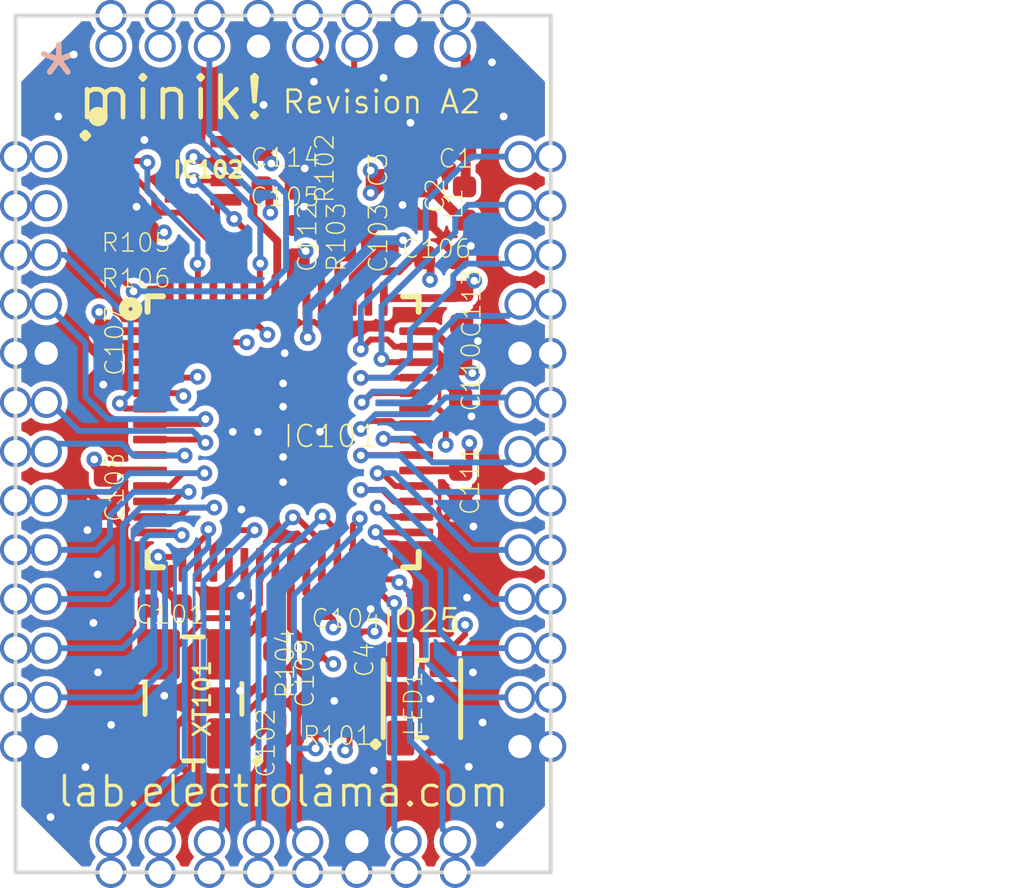
<source format=kicad_pcb>
(kicad_pcb (version 20221018) (generator pcbnew)
  (layers (0 "F.Cu" signal) (1 "In1.Cu" signal) (2 "In2.Cu" signal) (31 "B.Cu" signal) (34 "B.Paste" user) (35 "F.Paste" user) (36 "B.SilkS" user "B.Silkscreen") (37 "F.SilkS" user "F.Silkscreen") (38 "B.Mask" user) (39 "F.Mask" user) (44 "Edge.Cuts" user))
  (net 0 "")
  (net 1 "GND")
  (net 2 "3.3V")
  (net 3 "RESET")
  (net 4 "SWDIO")
  (net 5 "SWDCK")
  (net 6 "QSPI-CS")
  (net 7 "QSPI-CLK")
  (net 8 "QSPI-0")
  (net 9 "QSPI-3")
  (net 10 "X1A")
  (net 11 "X2")
  (net 12 "X1B")
  (net 13 "1.1V")
  (net 14 "QSPI-1")
  (net 15 "QSPI-2")
  (net 16 "IO0")
  (net 17 "IO1")
  (net 18 "IO2")
  (net 19 "IO3")
  (net 20 "IO4")
  (net 21 "IO5")
  (net 22 "IO6")
  (net 23 "IO7")
  (net 24 "IO8")
  (net 25 "IO9")
  (net 26 "IO10")
  (net 27 "IO11")
  (net 28 "IO12")
  (net 29 "IO13")
  (net 30 "IO14")
  (net 31 "IO16")
  (net 32 "IO17")
  (net 33 "IO18")
  (net 34 "IO19")
  (net 35 "IO20")
  (net 36 "IO21")
  (net 37 "IO22")
  (net 38 "IO23")
  (net 39 "IO24")
  (net 40 "IO26")
  (net 41 "IO27")
  (net 42 "IO28")
  (net 43 "IO29")
  (net 44 "3V3_IN")
  (net 45 "RP_D+")
  (net 46 "RP_D-")
  (net 47 "N$3")
  (net 48 "N$4")
  (net 49 "USBBOOT")
  (net 50 "IO25")
  (footprint "working:_PKG_C_0402" (layer "F.Cu") (at 150.3861 110.790475 90)
    (fp_text reference "C4")
    (fp_text value "100n")
  )
  (footprint "working:_PKG_R_0402" (layer "F.Cu") (at 149.7861 112.290475)
    (fp_text reference "R101")
    (fp_text value "10k")
  )
  (footprint "working:_PKG_R_0402" (layer "F.Cu") (at 148.2861 110.790475 90)
    (fp_text reference "R104")
    (fp_text value "1k")
  )
  (footprint "working:_PKG_C_0402" (layer "F.Cu") (at 151.1861 97.739675 -90)
    (fp_text reference "C3")
    (fp_text value "10u" hide)
  )
  (footprint "working:_PKG_C_0402" (layer "F.Cu") (at 152.5861 100.190475 180)
    (fp_text reference "C106")
    (fp_text value "1u")
  )
  (footprint "working:_PKG_C_0402" (layer "F.Cu") (at 153.1115 101.488875 90)
    (fp_text reference "C113")
    (fp_text value "100n")
  )
  (footprint "working:_PKG_R_0402" (layer "F.Cu") (at 149.7861 97.790475 -90)
    (fp_text reference "R102")
    (fp_text value "27")
  )
  (footprint "working:_PKG_C_0402" (layer "F.Cu") (at 143.9115 106.268275 90)
    (fp_text reference "C108")
    (fp_text value "100n")
  )
  (footprint "working:_PKG_R_0402" (layer "F.Cu") (at 150.0861 99.590475 -90)
    (fp_text reference "R103")
    (fp_text value "27")
  )
  (footprint "working:WS2812B-2020" (layer "F.Cu") (at 152.0861 111.590475 -90)
    (fp_text reference "LED1")
    (fp_text value "WS2812B-2020")
  )
  (footprint "working:_PKG_C_0402" (layer "F.Cu") (at 148.2861 112.590475 90)
    (fp_text reference "C102")
    (fp_text value "12p")
  )
  (footprint "working:_PKG_C_0402" (layer "F.Cu") (at 151.1861 99.539675 -90)
    (fp_text reference "C103")
    (fp_text value "1u")
  )
  (footprint "working:QFN-56" (layer "F.Cu") (at 148.5011 104.690475)
    (fp_text reference "IC101")
    (fp_text value "RP2040")
  )
  (footprint "working:_PKG_C_0402" (layer "F.Cu") (at 143.9115 102.490475 90)
    (fp_text reference "C107")
    (fp_text value "100n")
  )
  (footprint "working:_PKG_C_0402" (layer "F.Cu") (at 152.7861 97.390475)
    (fp_text reference "C1")
    (fp_text value "10n")
  )
  (footprint "working:_PKG_R_0402" (layer "F.Cu") (at 144.5861 99.550475)
    (fp_text reference "R105")
    (fp_text value "10k")
  )
  (footprint "working:SON50P300X200X60-9N" (layer "F.Cu") (at 145.5715 97.945075)
    (fp_text reference "IC102")
    (fp_text value "MEMORY-W25Q16FWUXIE")
  )
  (footprint "working:_PKG_C_0402" (layer "F.Cu") (at 149.2861 110.790475 90)
    (fp_text reference "C109")
    (fp_text value "100n")
  )
  (footprint "working:_PKG_C_0402" (layer "F.Cu") (at 148.8877 99.790475 -90)
    (fp_text reference "C112")
    (fp_text value "100n")
  )
  (footprint "working:XTAL-4P-3225" (layer "F.Cu") (at 146.1861 111.590475 90)
    (fp_text reference "XT101")
    (fp_text value "12MHz")
  )
  (footprint "working:_PKG_C_0402" (layer "F.Cu") (at 148.3861 97.390475 180)
    (fp_text reference "C114")
    (fp_text value "100n")
  )
  (footprint "working:_PKG_C_0402" (layer "F.Cu") (at 148.3861 98.390475 180)
    (fp_text reference "C105")
    (fp_text value "100n")
  )
  (footprint "working:_PKG_C_0402" (layer "F.Cu") (at 153.0861 106.115875 90)
    (fp_text reference "C111")
    (fp_text value "100n")
  )
  (footprint "working:_PKG_L_0402" (layer "F.Cu") (at 153.1861 98.790475 -90)
    (fp_text reference "L1")
    (fp_text value "")
  )
  (footprint "working:_PKG_C_0402" (layer "F.Cu") (at 145.4461 109.190475 180)
    (fp_text reference "C101")
    (fp_text value "12p")
  )
  (footprint "working:_PKG_C_0402" (layer "F.Cu") (at 153.0861 103.390475 90)
    (fp_text reference "C110")
    (fp_text value "100n")
  )
  (footprint "working:_PKG_R_0402" (layer "F.Cu") (at 144.5861 100.490475 180)
    (fp_text reference "R106")
    (fp_text value "1k")
  )
  (footprint "working:_PKG_C_0402" (layer "F.Cu") (at 152.1861 98.790475 90)
    (fp_text reference "C2")
    (fp_text value "100n")
  )
  (footprint "working:_PKG_C_0402" (layer "F.Cu") (at 149.9361 109.250475 180)
    (fp_text reference "C104")
    (fp_text value "100n")
  )
  (gr_line (start 155.40985 116.071725) (end 141.59235 116.071725) (stroke (width 0.1)) (layer "Edge.Cuts"))
  (gr_line (start 155.40985 93.935475) (end 155.40985 116.071725) (stroke (width 0.1)) (layer "Edge.Cuts"))
  (gr_line (start 141.59235 116.071725) (end 141.59235 93.935475) (stroke (width 0.1)) (layer "Edge.Cuts"))
  (gr_line (start 141.59235 93.935475) (end 155.40985 93.935475) (stroke (width 0.1)) (layer "Edge.Cuts"))
  (gr_text "*" (at 141.99235 96.534225) (layer "B.SilkS") (effects (font (size 1.63576 1.63576) (thickness 0.14224)) (justify left bottom)))
  (gr_text "lab.electrolama.com" (at 148.5011 113.984225) (layer "F.SilkS") (effects (font (size 0.765 0.765) (thickness 0.085))))
  (gr_text "." (at 150.8887 113.049075) (layer "F.SilkS") (effects (font (size 1.63576 1.63576) (thickness 0.14224)) (justify bottom mirror)))
  (gr_text "." (at 147.8407 113.480875) (layer "F.SilkS") (effects (font (size 1.63576 1.63576) (thickness 0.14224)) (justify bottom mirror)))
  (gr_text "." (at 143.3937 97.320475) (layer "F.SilkS") (effects (font (size 1.63576 1.63576) (thickness 0.14224)) (justify bottom mirror)))
  (gr_text "IO25" (at 152.0861 109.565475) (layer "F.SilkS") (effects (font (size 0.585 0.585) (thickness 0.065))))
  (gr_text "*" (at 141.99235 96.534225) (layer "F.SilkS") (effects (font (size 1.63576 1.63576) (thickness 0.14224)) (justify left bottom)))
  (gr_text "Revision A2" (at 151.0452 96.166075) (layer "F.SilkS") (effects (font (size 0.585 0.585) (thickness 0.065))))
  (gr_text "minik!" (at 145.60105 96.066075) (layer "F.SilkS") (effects (font (size 1.08 1.08) (thickness 0.12))))
  (segment (start 149.8219 111.642275) (end 149.8219 111.220475) (width 0.3048) (layer "F.Cu") (net 1))
  (segment (start 148.8161 95.730025) (end 148.8161 97.390475) (width 0.2) (layer "F.Cu") (net 1))
  (segment (start 149.2861 111.220475) (end 149.8219 111.220475) (width 0.3048) (layer "F.Cu") (net 1))
  (segment (start 149.0345 98.875875) (end 149.0345 98.672675) (width 0.254) (layer "F.Cu") (net 1))
  (segment (start 145.5715 97.945075) (end 145.5861 97.930475) (width 0.1524) (layer "F.Cu") (net 1))
  (segment (start 144.1215 98.695075) (end 144.5357 98.695075) (width 0.1524) (layer "F.Cu") (net 1))
  (segment (start 148.8161 98.454275) (end 148.8161 98.390475) (width 0.254) (layer "F.Cu") (net 1))
  (segment (start 145.5861 97.490475) (end 145.5861 97.930475) (width 0.1524) (layer "F.Cu") (net 1))
  (segment (start 148.8313 97.885275) (end 148.8161 97.870075) (width 0.254) (layer "F.Cu") (net 1))
  (segment (start 149.0599 97.885275) (end 148.8313 97.885275) (width 0.3048) (layer "F.Cu") (net 1))
  (segment (start 151.4657 98.830075) (end 151.5861 98.830075) (width 0.2032) (layer "F.Cu") (net 1))
  (segment (start 147.5011 108.832275) (end 147.4089 108.924475) (width 0.2032) (layer "F.Cu") (net 1))
  (segment (start 150.7617 109.269475) (end 150.3851 109.269475) (width 0.2032) (layer "F.Cu") (net 1))
  (segment (start 150.3851 109.269475) (end 150.3661 109.250475) (width 0.2032) (layer "F.Cu") (net 1))
  (segment (start 144.9197 97.148675) (end 145.2443 97.148675) (width 0.1524) (layer "F.Cu") (net 1))
  (segment (start 148.8161 97.870075) (end 148.8161 97.390475) (width 0.254) (layer "F.Cu") (net 1))
  (segment (start 153.0451 100.190475) (end 153.0161 100.190475) (width 0.254) (layer "F.Cu") (net 1))
  (segment (start 149.8219 111.220475) (end 150.3861 111.220475) (width 0.3048) (layer "F.Cu") (net 1))
  (segment (start 144.5357 98.695075) (end 144.7165 98.875875) (width 0.1524) (layer "F.Cu") (net 1))
  (segment (start 145.2443 97.148675) (end 145.5861 97.490475) (width 0.1524) (layer "F.Cu") (net 1))
  (segment (start 149.0345 98.672675) (end 148.8161 98.454275) (width 0.254) (layer "F.Cu") (net 1))
  (segment (start 149.0345 99.213675) (end 148.8877 99.360475) (width 0.254) (layer "F.Cu") (net 1))
  (segment (start 153.1115 101.918875) (end 153.1115 101.936875) (width 0.254) (layer "F.Cu") (net 1))
  (segment (start 149.0345 98.875875) (end 149.0345 99.213675) (width 0.254) (layer "F.Cu") (net 1))
  (segment (start 153.3497 99.885875) (end 153.0451 100.190475) (width 0.254) (layer "F.Cu") (net 1))
  (segment (start 151.1861 99.109675) (end 151.4657 98.830075) (width 0.2032) (layer "F.Cu") (net 1))
  (segment (start 147.5011 108.126975) (end 147.5011 108.832275) (width 0.2032) (layer "F.Cu") (net 1))
  (via (at 149.8219 111.642275) (size 0.4032) (drill 0.2) (layers "F.Cu" "B.Cu") (net 1))
  (via (at 147.8511 104.690475) (size 0.4032) (drill 0.2) (layers "F.Cu" "B.Cu") (net 1))
  (via (at 155.40985 102.660475) (size 0.8032) (drill 0.6) (layers "F.Cu" "B.Cu") (net 1))
  (via (at 151.6761 94.729225) (size 0.8032) (drill 0.6) (layers "F.Cu" "B.Cu") (net 1))
  (via (at 143.8569 103.471275) (size 0.4032) (drill 0.2) (layers "F.Cu" "B.Cu") (net 1))
  (via (at 150.84585 113.443925) (size 0.4032) (drill 0.2) (layers "F.Cu" "B.Cu") (net 1))
  (via (at 142.3861 112.820475) (size 0.8032) (drill 0.6) (layers "F.Cu" "B.Cu") (net 1))
  (via (at 154.6161 112.820475) (size 0.8032) (drill 0.6) (layers "F.Cu" "B.Cu") (net 1))
  (via (at 148.5011 104.040475) (size 0.4032) (drill 0.2) (layers "F.Cu" "B.Cu") (net 1))
  (via (at 149.0345 98.875875) (size 0.4032) (drill 0.2) (layers "F.Cu" "B.Cu") (net 1))
  (via (at 147.4089 108.924475) (size 0.4032) (drill 0.2) (layers "F.Cu" "B.Cu") (net 1))
  (via (at 144.05985 112.262125) (size 0.4032) (drill 0.2) (layers "F.Cu" "B.Cu") (net 1))
  (via (at 153.2509 108.975275) (size 0.4032) (drill 0.2) (layers "F.Cu" "B.Cu") (net 1))
  (via (at 151.09585 95.543925) (size 0.4032) (drill 0.2) (layers "F.Cu" "B.Cu") (net 1))
  (via (at 147.38985 111.381925) (size 0.4032) (drill 0.2) (layers "F.Cu" "B.Cu") (net 1))
  (via (at 141.59235 112.820475) (size 0.8032) (drill 0.6) (layers "F.Cu" "B.Cu") (net 1))
  (via (at 151.5861 98.830075) (size 0.4032) (drill 0.2) (layers "F.Cu" "B.Cu") (net 1))
  (via (at 149.0599 97.885275) (size 0.4032) (drill 0.2) (layers "F.Cu" "B.Cu") (net 1))
  (via (at 150.4061 116.071725) (size 0.8032) (drill 0.6) (layers "F.Cu" "B.Cu") (net 1))
  (via (at 143.6026 109.627225) (size 0.4032) (drill 0.2) (layers "F.Cu" "B.Cu") (net 1))
  (via (at 143.72125 110.905525) (size 0.4032) (drill 0.2) (layers "F.Cu" "B.Cu") (net 1))
  (via (at 154.09585 114.843925) (size 0.4032) (drill 0.2) (layers "F.Cu" "B.Cu") (net 1))
  (via (at 142.3861 102.660475) (size 0.8032) (drill 0.6) (layers "F.Cu" "B.Cu") (net 1))
  (via (at 144.9197 97.148675) (size 0.4032) (drill 0.2) (layers "F.Cu" "B.Cu") (net 1))
  (via (at 147.8661 94.729225) (size 0.8032) (drill 0.6) (layers "F.Cu" "B.Cu") (net 1))
  (via (at 150.7617 109.269475) (size 0.4032) (drill 0.2) (layers "F.Cu" "B.Cu") (net 1))
  (via (at 143.09585 94.943925) (size 0.4032) (drill 0.2) (layers "F.Cu" "B.Cu") (net 1))
  (via (at 154.6161 102.660475) (size 0.8032) (drill 0.6) (layers "F.Cu" "B.Cu") (net 1))
  (via (at 153.4149 107.135875) (size 0.4032) (drill 0.2) (layers "F.Cu" "B.Cu") (net 1))
  (via (at 148.5425 102.658475) (size 0.4032) (drill 0.2) (layers "F.Cu" "B.Cu") (net 1))
  (via (at 148.5011 103.440475) (size 0.4032) (drill 0.2) (layers "F.Cu" "B.Cu") (net 1))
  (via (at 143.7145 108.373475) (size 0.4032) (drill 0.2) (layers "F.Cu" "B.Cu") (net 1))
  (via (at 147.99585 96.243925) (size 0.4032) (drill 0.2) (layers "F.Cu" "B.Cu") (net 1))
  (via (at 153.4033 110.905675) (size 0.4032) (drill 0.2) (layers "F.Cu" "B.Cu") (net 1))
  (via (at 142.49585 114.643925) (size 0.4032) (drill 0.2) (layers "F.Cu" "B.Cu") (net 1))
  (via (at 142.69585 96.543925) (size 0.4032) (drill 0.2) (layers "F.Cu" "B.Cu") (net 1))
  (via (at 148.5011 105.340475) (size 0.4032) (drill 0.2) (layers "F.Cu" "B.Cu") (net 1))
  (via (at 143.3973 113.354275) (size 0.4032) (drill 0.2) (layers "F.Cu" "B.Cu") (net 1))
  (via (at 153.5303 102.345875) (size 0.4032) (drill 0.2) (layers "F.Cu" "B.Cu") (net 1))
  (via (at 143.4485 107.230475) (size 0.4032) (drill 0.2) (layers "F.Cu" "B.Cu") (net 1))
  (via (at 150.4061 115.277975) (size 0.8032) (drill 0.6) (layers "F.Cu" "B.Cu") (net 1))
  (via (at 147.8661 93.935475) (size 0.8032) (drill 0.6) (layers "F.Cu" "B.Cu") (net 1))
  (via (at 151.7893 96.705675) (size 0.4032) (drill 0.2) (layers "F.Cu" "B.Cu") (net 1))
  (via (at 153.3497 99.885875) (size 0.4032) (drill 0.2) (layers "F.Cu" "B.Cu") (net 1))
  (via (at 155.40985 112.820475) (size 0.8032) (drill 0.6) (layers "F.Cu" "B.Cu") (net 1))
  (via (at 153.3641 104.291075) (size 0.4032) (drill 0.2) (layers "F.Cu" "B.Cu") (net 1))
  (via (at 149.4511 104.690475) (size 0.4032) (drill 0.2) (layers "F.Cu" "B.Cu") (net 1))
  (via (at 153.6533 112.201075) (size 0.4032) (drill 0.2) (layers "F.Cu" "B.Cu") (net 1))
  (via (at 147.2011 104.690475) (size 0.4032) (drill 0.2) (layers "F.Cu" "B.Cu") (net 1))
  (via (at 145.43405 111.508925) (size 0.4032) (drill 0.2) (layers "F.Cu" "B.Cu") (net 1))
  (via (at 153.89585 95.143925) (size 0.4032) (drill 0.2) (layers "F.Cu" "B.Cu") (net 1))
  (via (at 144.7165 98.875875) (size 0.4032) (drill 0.2) (layers "F.Cu" "B.Cu") (net 1))
  (via (at 154.19585 96.543925) (size 0.4032) (drill 0.2) (layers "F.Cu" "B.Cu") (net 1))
  (via (at 147.4249 106.697075) (size 0.4032) (drill 0.2) (layers "F.Cu" "B.Cu") (net 1))
  (via (at 153.29585 113.343925) (size 0.4032) (drill 0.2) (layers "F.Cu" "B.Cu") (net 1))
  (via (at 149.29585 95.643925) (size 0.4032) (drill 0.2) (layers "F.Cu" "B.Cu") (net 1))
  (via (at 141.59235 102.660475) (size 0.8032) (drill 0.6) (layers "F.Cu" "B.Cu") (net 1))
  (via (at 149.6643 113.455675) (size 0.4032) (drill 0.2) (layers "F.Cu" "B.Cu") (net 1))
  (via (at 148.5011 105.990475) (size 0.4032) (drill 0.2) (layers "F.Cu" "B.Cu") (net 1))
  (via (at 151.6761 93.935475) (size 0.8032) (drill 0.6) (layers "F.Cu" "B.Cu") (net 1))
  (via (at 152.3111 111.591475) (size 0.4032) (drill 0.2) (layers "F.Cu" "B.Cu") (net 1))
  (segment (start 153.1669 101.058875) (end 153.1115 101.058875) (width 0.2032) (layer "F.Cu") (net 2))
  (segment (start 153.0861 102.790475) (end 153.0861 102.960475) (width 0.2032) (layer "F.Cu") (net 2))
  (segment (start 150.7011 100.775475) (end 150.9369 100.539675) (width 0.2032) (layer "F.Cu") (net 2))
  (segment (start 152.2939 100.763475) (end 152.3085 100.748875) (width 0.2032) (layer "F.Cu") (net 2))
  (segment (start 150.3861 110.025875) (end 150.3861 110.360475) (width 0.1524) (layer "F.Cu") (net 2))
  (segment (start 150.5633 109.848675) (end 150.3861 110.025875) (width 0.1524) (layer "F.Cu") (net 2))
  (segment (start 151.5211 110.560475) (end 151.5361 110.575475) (width 0.1524) (layer "F.Cu") (net 2))
  (segment (start 152.3861 102.090475) (end 153.0861 102.790475) (width 0.2032) (layer "F.Cu") (net 2))
  (segment (start 153.1223 99.220475) (end 152.2623 98.360475) (width 0.254) (layer "F.Cu") (net 2))
  (segment (start 148.7043 100.679275) (end 148.7043 100.403875) (width 0.2032) (layer "F.Cu") (net 2))
  (segment (start 143.9115 102.060475) (end 143.7513 101.900275) (width 0.2032) (layer "F.Cu") (net 2))
  (segment (start 144.0593 105.690475) (end 143.9115 105.838275) (width 0.2032) (layer "F.Cu") (net 2))
  (segment (start 145.4135 99.550475) (end 145.4277 99.536275) (width 0.1524) (layer "F.Cu") (net 2))
  (segment (start 153.3099 105.462075) (end 153.0861 105.685875) (width 0.2032) (layer "F.Cu") (net 2))
  (segment (start 152.3085 100.342875) (end 152.3085 100.748875) (width 0.2032) (layer "F.Cu") (net 2))
  (segment (start 150.9369 100.539675) (end 151.4813 100.539675) (width 0.2032) (layer "F.Cu") (net 2))
  (segment (start 149.0345 100.679275) (end 148.7043 100.679275) (width 0.2032) (layer "F.Cu") (net 2))
  (segment (start 149.2861 110.350475) (end 148.7011 109.765475) (width 0.2032) (layer "F.Cu") (net 2))
  (segment (start 150.3861 110.360475) (end 150.5861 110.560475) (width 0.1524) (layer "F.Cu") (net 2))
  (segment (start 153.4369 100.788875) (end 153.1669 101.058875) (width 0.2032) (layer "F.Cu") (net 2))
  (segment (start 145.0161 99.550475) (end 145.4135 99.550475) (width 0.1524) (layer "F.Cu") (net 2))
  (segment (start 151.9422 105.685875) (end 153.0861 105.685875) (width 0.2032) (layer "F.Cu") (net 2))
  (segment (start 153.1735 102.960475) (end 153.3861 103.173075) (width 0.254) (layer "F.Cu") (net 2))
  (segment (start 150.7617 97.936075) (end 150.9953 98.169675) (width 0.254) (layer "F.Cu") (net 2))
  (segment (start 150.2161 112.807275) (end 150.1013 112.922075) (width 0.1524) (layer "F.Cu") (net 2))
  (segment (start 143.9415 102.090475) (end 143.9115 102.060475) (width 0.2032) (layer "F.Cu") (net 2))
  (segment (start 150.8355 98.520275) (end 150.7617 98.520275) (width 0.254) (layer "F.Cu") (net 2))
  (segment (start 147.0215 97.195075) (end 147.7607 97.195075) (width 0.2032) (layer "F.Cu") (net 2))
  (segment (start 149.7125 110.686875) (end 149.3861 110.360475) (width 0.1524) (layer "F.Cu") (net 2))
  (segment (start 143.9115 105.838275) (end 143.6243 105.551075) (width 0.2032) (layer "F.Cu") (net 2))
  (segment (start 148.7011 108.126975) (end 148.7011 109.765475) (width 0.2032) (layer "F.Cu") (net 2))
  (segment (start 151.1861 98.169675) (end 150.8355 98.520275) (width 0.254) (layer "F.Cu") (net 2))
  (segment (start 152.1861 98.360475) (end 151.9953 98.169675) (width 0.254) (layer "F.Cu") (net 2))
  (segment (start 147.7607 97.195075) (end 147.9561 97.390475) (width 0.2032) (layer "F.Cu") (net 2))
  (segment (start 143.7513 101.900275) (end 143.7513 101.593675) (width 0.2032) (layer "F.Cu") (net 2))
  (segment (start 148.8877 100.216475) (end 149.0853 100.018875) (width 0.254) (layer "F.Cu") (net 2))
  (segment (start 149.1011 100.745875) (end 149.1011 101.253975) (width 0.2032) (layer "F.Cu") (net 2))
  (segment (start 152.3085 100.342875) (end 152.1561 100.190475) (width 0.2032) (layer "F.Cu") (net 2))
  (segment (start 151.9376 102.090475) (end 152.3861 102.090475) (width 0.2032) (layer "F.Cu") (net 2))
  (segment (start 149.7965 110.686875) (end 149.7125 110.686875) (width 0.1524) (layer "F.Cu") (net 2))
  (segment (start 153.3099 104.976475) (end 153.3099 105.462075) (width 0.2032) (layer "F.Cu") (net 2))
  (segment (start 150.8633 109.848675) (end 150.5633 109.848675) (width 0.1524) (layer "F.Cu") (net 2))
  (segment (start 149.0345 100.679275) (end 149.1011 100.745875) (width 0.2032) (layer "F.Cu") (net 2))
  (segment (start 153.1115 101.058875) (end 152.9337 101.236675) (width 0.2032) (layer "F.Cu") (net 2))
  (segment (start 151.1377 98.169675) (end 151.1861 98.169675) (width 0.1524) (layer "F.Cu") (net 2))
  (segment (start 152.9337 101.236675) (end 151.1184 101.236675) (width 0.2032) (layer "F.Cu") (net 2))
  (segment (start 150.9953 98.169675) (end 151.1377 98.169675) (width 0.254) (layer "F.Cu") (net 2))
  (segment (start 151.1011 101.253975) (end 151.1184 101.236675) (width 0.2032) (layer "F.Cu") (net 2))
  (segment (start 148.7043 100.679275) (end 148.7043 101.250775) (width 0.2032) (layer "F.Cu") (net 2))
  (segment (start 143.6243 105.551075) (end 143.6243 105.403675) (width 0.2032) (layer "F.Cu") (net 2))
  (segment (start 153.0861 102.960475) (end 153.1735 102.960475) (width 0.2032) (layer "F.Cu") (net 2))
  (segment (start 150.2161 112.290475) (end 150.2161 112.807275) (width 0.1524) (layer "F.Cu") (net 2))
  (segment (start 147.9561 97.518075) (end 147.9561 97.390475) (width 0.2032) (layer "F.Cu") (net 2))
  (segment (start 150.7011 101.253975) (end 150.7011 100.775475) (width 0.2032) (layer "F.Cu") (net 2))
  (segment (start 151.8305 100.190475) (end 151.4813 100.539675) (width 0.2032) (layer "F.Cu") (net 2))
  (segment (start 148.8877 100.220475) (end 148.8877 100.216475) (width 0.254) (layer "F.Cu") (net 2))
  (segment (start 149.2861 110.360475) (end 149.2861 110.350475) (width 0.1524) (layer "F.Cu") (net 2))
  (segment (start 148.7043 100.403875) (end 148.8877 100.220475) (width 0.1524) (layer "F.Cu") (net 2))
  (segment (start 145.0646 105.690475) (end 144.0593 105.690475) (width 0.2032) (layer "F.Cu") (net 2))
  (segment (start 149.3861 110.360475) (end 149.2861 110.360475) (width 0.1524) (layer "F.Cu") (net 2))
  (segment (start 148.7011 101.253975) (end 148.7043 101.250775) (width 0.1524) (layer "F.Cu") (net 2))
  (segment (start 145.0646 102.090475) (end 143.9415 102.090475) (width 0.2032) (layer "F.Cu") (net 2))
  (segment (start 150.7617 97.936075) (end 150.7617 98.520275) (width 0.254) (layer "F.Cu") (net 2))
  (segment (start 152.2623 98.360475) (end 152.1861 98.360475) (width 0.254) (layer "F.Cu") (net 2))
  (segment (start 153.1861 99.220475) (end 153.1223 99.220475) (width 0.254) (layer "F.Cu") (net 2))
  (segment (start 151.1861 98.169675) (end 151.9953 98.169675) (width 0.254) (layer "F.Cu") (net 2))
  (segment (start 148.1963 97.758275) (end 147.9561 97.518075) (width 0.2032) (layer "F.Cu") (net 2))
  (segment (start 151.9376 105.690475) (end 151.9422 105.685875) (width 0.2032) (layer "F.Cu") (net 2))
  (segment (start 151.5211 110.560475) (end 150.5861 110.560475) (width 0.1524) (layer "F.Cu") (net 2))
  (segment (start 152.1561 100.190475) (end 151.8305 100.190475) (width 0.2032) (layer "F.Cu") (net 2))
  (via (at 150.8633 109.848675) (size 0.4032) (drill 0.2) (layers "F.Cu" "B.Cu") (net 2))
  (via (at 150.7617 98.520275) (size 0.4032) (drill 0.2) (layers "F.Cu" "B.Cu") (net 2))
  (via (at 149.0853 100.018875) (size 0.4032) (drill 0.2) (layers "F.Cu" "B.Cu") (net 2))
  (via (at 153.3099 104.976475) (size 0.4032) (drill 0.2) (layers "F.Cu" "B.Cu") (net 2))
  (via (at 148.1963 97.758275) (size 0.4032) (drill 0.2) (layers "F.Cu" "B.Cu") (net 2))
  (via (at 143.7513 101.593675) (size 0.4032) (drill 0.2) (layers "F.Cu" "B.Cu") (net 2))
  (via (at 150.7617 97.936075) (size 0.4032) (drill 0.2) (layers "F.Cu" "B.Cu") (net 2))
  (via (at 150.1013 112.922075) (size 0.4032) (drill 0.2) (layers "F.Cu" "B.Cu") (net 2))
  (via (at 145.4277 99.536275) (size 0.4032) (drill 0.2) (layers "F.Cu" "B.Cu") (net 2))
  (via (at 149.7965 110.686875) (size 0.4032) (drill 0.2) (layers "F.Cu" "B.Cu") (net 2))
  (via (at 143.6243 105.403675) (size 0.4032) (drill 0.2) (layers "F.Cu" "B.Cu") (net 2))
  (via (at 152.2939 100.763475) (size 0.4032) (drill 0.2) (layers "F.Cu" "B.Cu") (net 2))
  (via (at 153.3861 103.173075) (size 0.4032) (drill 0.2) (layers "F.Cu" "B.Cu") (net 2))
  (via (at 153.4369 100.788875) (size 0.4032) (drill 0.2) (layers "F.Cu" "B.Cu") (net 2))
  (segment (start 149.3393 112.307275) (end 149.3393 112.871275) (width 0.1524) (layer "F.Cu") (net 3))
  (segment (start 149.3561 112.290475) (end 149.3393 112.307275) (width 0.1524) (layer "F.Cu") (net 3))
  (segment (start 150.4823 106.927675) (end 150.3045 107.105475) (width 0.1524) (layer "F.Cu") (net 3))
  (segment (start 150.3045 107.105475) (end 150.3045 108.123575) (width 0.1524) (layer "F.Cu") (net 3))
  (segment (start 150.3011 108.126975) (end 150.3045 108.123575) (width 0.1524) (layer "F.Cu") (net 3))
  (via (at 149.1361 115.277975) (size 0.8032) (drill 0.6) (layers "F.Cu" "B.Cu") (net 3))
  (via (at 149.1361 116.071725) (size 0.8032) (drill 0.6) (layers "F.Cu" "B.Cu") (net 3))
  (via (at 150.4823 106.927675) (size 0.4032) (drill 0.2) (layers "F.Cu" "B.Cu") (net 3))
  (via (at 149.3393 112.871275) (size 0.4032) (drill 0.2) (layers "F.Cu" "B.Cu") (net 3))
  (segment (start 148.7805 112.871275) (end 148.7805 114.922375) (width 0.1524) (layer "B.Cu") (net 3))
  (segment (start 148.7805 108.908875) (end 150.4823 107.207075) (width 0.1524) (layer "B.Cu") (net 3))
  (segment (start 148.7805 108.908875) (end 148.7805 112.871275) (width 0.1524) (layer "B.Cu") (net 3))
  (segment (start 150.4823 107.207075) (end 150.4823 106.927675) (width 0.1524) (layer "B.Cu") (net 3))
  (segment (start 149.3393 112.871275) (end 148.7805 112.871275) (width 0.1524) (layer "B.Cu") (net 3))
  (segment (start 149.1361 115.277975) (end 148.7805 114.922375) (width 0.1524) (layer "B.Cu") (net 3))
  (segment (start 149.9011 107.260875) (end 149.9011 108.126975) (width 0.1524) (layer "F.Cu") (net 4))
  (segment (start 149.5171 106.876875) (end 149.9011 107.260875) (width 0.1524) (layer "F.Cu") (net 4))
  (via (at 147.8661 116.071725) (size 0.8032) (drill 0.6) (layers "F.Cu" "B.Cu") (net 4))
  (via (at 147.8661 115.277975) (size 0.8032) (drill 0.6) (layers "F.Cu" "B.Cu") (net 4))
  (via (at 149.5171 106.876875) (size 0.4032) (drill 0.2) (layers "F.Cu" "B.Cu") (net 4))
  (segment (start 147.8661 108.527875) (end 149.5171 106.876875) (width 0.1524) (layer "B.Cu") (net 4))
  (segment (start 147.8661 115.277975) (end 147.8661 108.527875) (width 0.1524) (layer "B.Cu") (net 4))
  (segment (start 149.5011 107.546675) (end 148.8567 106.902275) (width 0.1524) (layer "F.Cu") (net 5))
  (segment (start 149.5011 107.546675) (end 149.5011 108.126975) (width 0.1524) (layer "F.Cu") (net 5))
  (segment (start 148.7551 106.902275) (end 148.8567 106.902275) (width 0.1524) (layer "F.Cu") (net 5))
  (via (at 146.5961 115.277975) (size 0.8032) (drill 0.6) (layers "F.Cu" "B.Cu") (net 5))
  (via (at 148.7551 106.902275) (size 0.4032) (drill 0.2) (layers "F.Cu" "B.Cu") (net 5))
  (via (at 146.5961 116.071725) (size 0.8032) (drill 0.6) (layers "F.Cu" "B.Cu") (net 5))
  (segment (start 146.9263 108.731075) (end 148.7551 106.902275) (width 0.1524) (layer "B.Cu") (net 5))
  (segment (start 146.5961 115.277975) (end 146.9263 114.947775) (width 0.1524) (layer "B.Cu") (net 5))
  (segment (start 146.9263 108.731075) (end 146.9263 114.947775) (width 0.1524) (layer "B.Cu") (net 5))
  (segment (start 143.4607 97.399675) (end 143.4607 99.104869) (width 0.1524) (layer "F.Cu") (net 6))
  (segment (start 145.6261 100.490475) (end 145.9011 100.765475) (width 0.1524) (layer "F.Cu") (net 6))
  (segment (start 143.6653 97.195075) (end 143.4607 97.399675) (width 0.1524) (layer "F.Cu") (net 6))
  (segment (start 144.1561 99.550475) (end 145.0161 100.410475) (width 0.1524) (layer "F.Cu") (net 6))
  (segment (start 143.906306 99.550475) (end 144.1561 99.550475) (width 0.1524) (layer "F.Cu") (net 6))
  (segment (start 144.1215 97.195075) (end 143.6653 97.195075) (width 0.1524) (layer "F.Cu") (net 6))
  (segment (start 145.0161 100.490475) (end 145.6261 100.490475) (width 0.1524) (layer "F.Cu") (net 6))
  (segment (start 145.0161 100.410475) (end 145.0161 100.490475) (width 0.1524) (layer "F.Cu") (net 6))
  (segment (start 143.4607 99.104869) (end 143.906306 99.550475) (width 0.1524) (layer "F.Cu") (net 6))
  (segment (start 145.9011 100.765475) (end 145.9011 101.253975) (width 0.1524) (layer "F.Cu") (net 6))
  (segment (start 147.5011 99.454675) (end 147.2353 99.188875) (width 0.1524) (layer "F.Cu") (net 7))
  (segment (start 147.5011 101.253975) (end 147.5011 99.454675) (width 0.1524) (layer "F.Cu") (net 7))
  (segment (start 147.0215 98.195075) (end 146.1907 98.195075) (width 0.1524) (layer "F.Cu") (net 7))
  (segment (start 146.1907 98.195075) (end 146.1861 98.190475) (width 0.1524) (layer "F.Cu") (net 7))
  (via (at 146.1861 98.190475) (size 0.4032) (drill 0.2) (layers "F.Cu" "B.Cu") (net 7))
  (via (at 147.2353 99.188875) (size 0.4032) (drill 0.2) (layers "F.Cu" "B.Cu") (net 7))
  (segment (start 146.1861 98.190475) (end 146.2369 98.190475) (width 0.1524) (layer "B.Cu") (net 7))
  (segment (start 147.2353 99.188875) (end 146.2369 98.190475) (width 0.1524) (layer "B.Cu") (net 7))
  (segment (start 146.7961 98.695075) (end 146.7961 99.420475) (width 0.1524) (layer "F.Cu") (net 8))
  (segment (start 147.1011 101.253975) (end 147.0961 101.248975) (width 0.1524) (layer "F.Cu") (net 8))
  (segment (start 147.0961 99.720475) (end 147.0961 101.248975) (width 0.1524) (layer "F.Cu") (net 8))
  (segment (start 147.0961 99.720475) (end 146.7961 99.420475) (width 0.1524) (layer "F.Cu") (net 8))
  (segment (start 146.7961 98.695075) (end 147.0215 98.695075) (width 0.1524) (layer "F.Cu") (net 8))
  (segment (start 147.9011 101.253975) (end 147.9011 100.351675) (width 0.1524) (layer "F.Cu") (net 9))
  (segment (start 146.2861 97.690475) (end 146.1861 97.590475) (width 0.1524) (layer "F.Cu") (net 9))
  (segment (start 147.0215 97.695075) (end 147.0169 97.690475) (width 0.1524) (layer "F.Cu") (net 9))
  (segment (start 147.0169 97.690475) (end 146.2861 97.690475) (width 0.1524) (layer "F.Cu") (net 9))
  (segment (start 147.9011 100.351675) (end 147.9115 100.341275) (width 0.1524) (layer "F.Cu") (net 9))
  (via (at 147.9115 100.341275) (size 0.4032) (drill 0.2) (layers "F.Cu" "B.Cu") (net 9))
  (via (at 146.1861 97.590475) (size 0.4032) (drill 0.2) (layers "F.Cu" "B.Cu") (net 9))
  (segment (start 146.3861 97.590475) (end 146.1861 97.590475) (width 0.1524) (layer "B.Cu") (net 9))
  (segment (start 147.6575 98.861875) (end 147.6575 99.096675) (width 0.1524) (layer "B.Cu") (net 9))
  (segment (start 147.6575 98.861875) (end 146.3861 97.590475) (width 0.1524) (layer "B.Cu") (net 9))
  (segment (start 147.9115 99.350675) (end 147.6575 99.096675) (width 0.1524) (layer "B.Cu") (net 9))
  (segment (start 147.9115 100.341275) (end 147.9115 99.350675) (width 0.1524) (layer "B.Cu") (net 9))
  (segment (start 148.2861 110.360475) (end 148.3011 110.420475) (width 0.1524) (layer "F.Cu") (net 10))
  (segment (start 148.3011 108.126975) (end 148.3011 110.420475) (width 0.1524) (layer "F.Cu") (net 10))
  (segment (start 146.4971 109.504475) (end 145.5611 110.440475) (width 0.1524) (layer "F.Cu") (net 11))
  (segment (start 147.9011 109.140275) (end 147.5369 109.504475) (width 0.1524) (layer "F.Cu") (net 11))
  (segment (start 147.9011 108.126975) (end 147.9011 109.140275) (width 0.1524) (layer "F.Cu") (net 11))
  (segment (start 145.5611 110.440475) (end 145.2861 110.440475) (width 0.1524) (layer "F.Cu") (net 11))
  (segment (start 145.2861 110.440475) (end 144.9145 110.068875) (width 0.1524) (layer "F.Cu") (net 11))
  (segment (start 144.9145 109.292075) (end 145.0161 109.190475) (width 0.1524) (layer "F.Cu") (net 11))
  (segment (start 144.9145 109.292075) (end 144.9145 110.068875) (width 0.1524) (layer "F.Cu") (net 11))
  (segment (start 147.5369 109.504475) (end 146.4971 109.504475) (width 0.1524) (layer "F.Cu") (net 11))
  (segment (start 147.0861 112.420475) (end 147.0861 112.740475) (width 0.1524) (layer "F.Cu") (net 12))
  (segment (start 148.2503 112.160475) (end 147.6703 112.740475) (width 0.1524) (layer "F.Cu") (net 12))
  (segment (start 147.6703 112.740475) (end 147.0861 112.740475) (width 0.1524) (layer "F.Cu") (net 12))
  (segment (start 148.2861 111.220475) (end 147.0861 112.420475) (width 0.1524) (layer "F.Cu") (net 12))
  (segment (start 148.2861 112.160475) (end 148.2503 112.160475) (width 0.1524) (layer "F.Cu") (net 12))
  (segment (start 148.1709 99.028275) (end 148.1455 99.002875) (width 0.2032) (layer "F.Cu") (net 13))
  (segment (start 149.7965 109.747075) (end 149.7965 109.547075) (width 0.1524) (layer "F.Cu") (net 13))
  (segment (start 148.1455 98.571075) (end 148.1455 99.002875) (width 0.2032) (layer "F.Cu") (net 13))
  (segment (start 149.7965 109.547075) (end 149.5061 109.256675) (width 0.1524) (layer "F.Cu") (net 13))
  (segment (start 151.4163 99.739475) (end 151.5999 99.739475) (width 0.2032) (layer "F.Cu") (net 13))
  (segment (start 147.7353 98.611275) (end 147.9561 98.390475) (width 0.2032) (layer "F.Cu") (net 13))
  (segment (start 151.047528 100.108247) (end 150.892128 100.108247) (width 0.2032) (layer "F.Cu") (net 13))
  (segment (start 150.892128 100.108247) (end 150.3011 100.699275) (width 0.2032) (layer "F.Cu") (net 13))
  (segment (start 148.3011 100.701475) (end 148.3487 100.653875) (width 0.1524) (layer "F.Cu") (net 13))
  (segment (start 148.1455 98.571075) (end 147.9649 98.390475) (width 0.2032) (layer "F.Cu") (net 13))
  (segment (start 151.1861 99.969675) (end 151.4163 99.739475) (width 0.2032) (layer "F.Cu") (net 13))
  (segment (start 147.9561 98.390475) (end 147.9649 98.390475) (width 0.1524) (layer "F.Cu") (net 13))
  (segment (start 148.3487 100.653875) (end 148.3487 99.756275) (width 0.2032) (layer "F.Cu") (net 13))
  (segment (start 149.1011 108.845475) (end 149.1011 108.126975) (width 0.2032) (layer "F.Cu") (net 13))
  (segment (start 147.7353 99.142875) (end 147.7353 98.611275) (width 0.2032) (layer "F.Cu") (net 13))
  (segment (start 149.5061 109.250475) (end 149.1011 108.845475) (width 0.2032) (layer "F.Cu") (net 13))
  (segment (start 148.3487 99.756275) (end 147.7353 99.142875) (width 0.2032) (layer "F.Cu") (net 13))
  (segment (start 149.5061 109.256675) (end 149.5061 109.250475) (width 0.1524) (layer "F.Cu") (net 13))
  (segment (start 148.3011 101.253975) (end 148.3011 100.701475) (width 0.2032) (layer "F.Cu") (net 13))
  (segment (start 151.1861 99.969675) (end 151.047528 100.108247) (width 0.2032) (layer "F.Cu") (net 13))
  (segment (start 150.3011 101.253975) (end 150.3011 100.699275) (width 0.2032) (layer "F.Cu") (net 13))
  (via (at 148.1709 99.028275) (size 0.4032) (drill 0.2) (layers "F.Cu" "B.Cu") (net 13))
  (via (at 149.7965 109.747075) (size 0.4032) (drill 0.2) (layers "F.Cu" "B.Cu") (net 13))
  (via (at 151.5999 99.739475) (size 0.4032) (drill 0.2) (layers "F.Cu" "B.Cu") (net 13))
  (via (at 149.1361 102.254075) (size 0.4032) (drill 0.2) (layers "F.Cu" "B.Cu") (net 13))
  (segment (start 149.1361 101.517475) (end 149.1361 102.254075) (width 0.254) (layer "B.Cu") (net 13))
  (segment (start 151.5999 99.739475) (end 150.9141 99.739475) (width 0.254) (layer "B.Cu") (net 13))
  (segment (start 150.9141 99.739475) (end 149.1361 101.517475) (width 0.254) (layer "B.Cu") (net 13))
  (segment (start 146.3011 100.358875) (end 146.3011 101.253975) (width 0.1524) (layer "F.Cu") (net 14))
  (segment (start 146.3011 100.358875) (end 146.2913 100.349075) (width 0.1524) (layer "F.Cu") (net 14))
  (segment (start 144.1215 97.695075) (end 144.9581 97.695075) (width 0.1524) (layer "F.Cu") (net 14))
  (segment (start 144.9581 97.695075) (end 144.9959 97.732875) (width 0.1524) (layer "F.Cu") (net 14))
  (via (at 144.9959 97.732875) (size 0.4032) (drill 0.2) (layers "F.Cu" "B.Cu") (net 14))
  (via (at 146.2913 100.349075) (size 0.4032) (drill 0.2) (layers "F.Cu" "B.Cu") (net 14))
  (segment (start 146.2913 99.764875) (end 144.9959 98.469475) (width 0.1524) (layer "B.Cu") (net 14))
  (segment (start 144.9959 98.469475) (end 144.9959 97.732875) (width 0.1524) (layer "B.Cu") (net 14))
  (segment (start 146.2913 99.764875) (end 146.2913 100.349075) (width 0.1524) (layer "B.Cu") (net 14))
  (segment (start 145.3261 99.028275) (end 145.8639 99.028275) (width 0.1524) (layer "F.Cu") (net 15))
  (segment (start 144.1215 98.195075) (end 144.7469 98.195075) (width 0.1524) (layer "F.Cu") (net 15))
  (segment (start 146.7011 99.865475) (end 146.7011 101.253975) (width 0.1524) (layer "F.Cu") (net 15))
  (segment (start 145.8639 99.028275) (end 146.7011 99.865475) (width 0.1524) (layer "F.Cu") (net 15))
  (segment (start 145.1737 98.875875) (end 145.3261 99.028275) (width 0.1524) (layer "F.Cu") (net 15))
  (segment (start 145.1737 98.621875) (end 145.1737 98.875875) (width 0.1524) (layer "F.Cu") (net 15))
  (segment (start 144.7469 98.195075) (end 145.1737 98.621875) (width 0.1524) (layer "F.Cu") (net 15))
  (segment (start 145.7501 102.490475) (end 146.2913 101.949275) (width 0.1524) (layer "F.Cu") (net 16))
  (segment (start 146.2913 101.949275) (end 147.8661 101.949275) (width 0.1524) (layer "F.Cu") (net 16))
  (segment (start 147.8661 101.949275) (end 148.0947 102.177875) (width 0.1524) (layer "F.Cu") (net 16))
  (segment (start 145.0646 102.490475) (end 145.7501 102.490475) (width 0.1524) (layer "F.Cu") (net 16))
  (via (at 145.3261 93.935475) (size 0.8032) (drill 0.6) (layers "F.Cu" "B.Cu") (net 16))
  (via (at 148.0947 102.177875) (size 0.4032) (drill 0.2) (layers "F.Cu" "B.Cu") (net 16))
  (via (at 145.3261 94.729225) (size 0.8032) (drill 0.6) (layers "F.Cu" "B.Cu") (net 16))
  (segment (start 146.4437 102.381075) (end 147.5613 102.381075) (width 0.1524) (layer "F.Cu") (net 17))
  (segment (start 145.0646 102.890475) (end 145.9343 102.890475) (width 0.1524) (layer "F.Cu") (net 17))
  (segment (start 146.4437 102.381075) (end 145.9343 102.890475) (width 0.1524) (layer "F.Cu") (net 17))
  (via (at 144.0561 94.729225) (size 0.8032) (drill 0.6) (layers "F.Cu" "B.Cu") (net 17))
  (via (at 147.5613 102.381075) (size 0.4032) (drill 0.2) (layers "F.Cu" "B.Cu") (net 17))
  (via (at 144.0561 93.935475) (size 0.8032) (drill 0.6) (layers "F.Cu" "B.Cu") (net 17))
  (segment (start 145.0646 103.290475) (end 146.2709 103.290475) (width 0.1524) (layer "F.Cu") (net 18))
  (segment (start 146.2709 103.290475) (end 146.2913 103.270075) (width 0.1524) (layer "F.Cu") (net 18))
  (via (at 142.3861 97.580475) (size 0.8032) (drill 0.6) (layers "F.Cu" "B.Cu") (net 18))
  (via (at 146.2913 103.270075) (size 0.4032) (drill 0.2) (layers "F.Cu" "B.Cu") (net 18))
  (via (at 141.59235 97.580475) (size 0.8032) (drill 0.6) (layers "F.Cu" "B.Cu") (net 18))
  (segment (start 145.926459 103.766675) (end 145.850259 103.690475) (width 0.1524) (layer "F.Cu") (net 19))
  (segment (start 145.850259 103.690475) (end 145.0646 103.690475) (width 0.1524) (layer "F.Cu") (net 19))
  (via (at 141.59235 98.850475) (size 0.8032) (drill 0.6) (layers "F.Cu" "B.Cu") (net 19))
  (via (at 142.3861 98.850475) (size 0.8032) (drill 0.6) (layers "F.Cu" "B.Cu") (net 19))
  (via (at 145.926459 103.766675) (size 0.4032) (drill 0.2) (layers "F.Cu" "B.Cu") (net 19))
  (segment (start 145.0646 104.090475) (end 144.4193 104.090475) (width 0.1524) (layer "F.Cu") (net 20))
  (segment (start 144.4193 104.090475) (end 144.2847 103.955875) (width 0.1524) (layer "F.Cu") (net 20))
  (via (at 141.59235 100.120475) (size 0.8032) (drill 0.6) (layers "F.Cu" "B.Cu") (net 20))
  (via (at 144.2847 103.955875) (size 0.4032) (drill 0.2) (layers "F.Cu" "B.Cu") (net 20))
  (via (at 142.3861 100.120475) (size 0.8032) (drill 0.6) (layers "F.Cu" "B.Cu") (net 20))
  (segment (start 142.3861 100.120475) (end 142.8627 100.120475) (width 0.1524) (layer "B.Cu") (net 20))
  (segment (start 144.2847 103.955875) (end 144.5641 103.676475) (width 0.1524) (layer "B.Cu") (net 20))
  (segment (start 142.8627 100.120475) (end 144.5641 101.821875) (width 0.1524) (layer "B.Cu") (net 20))
  (segment (start 144.5641 101.821875) (end 144.5641 103.676475) (width 0.1524) (layer "B.Cu") (net 20))
  (segment (start 146.3663 104.490475) (end 146.4945 104.362275) (width 0.1524) (layer "F.Cu") (net 21))
  (segment (start 145.0646 104.490475) (end 146.3663 104.490475) (width 0.1524) (layer "F.Cu") (net 21))
  (via (at 142.3861 101.390475) (size 0.8032) (drill 0.6) (layers "F.Cu" "B.Cu") (net 21))
  (via (at 141.59235 101.390475) (size 0.8032) (drill 0.6) (layers "F.Cu" "B.Cu") (net 21))
  (via (at 146.4945 104.362275) (size 0.4032) (drill 0.2) (layers "F.Cu" "B.Cu") (net 21))
  (segment (start 143.3997 103.782075) (end 143.9799 104.362275) (width 0.1524) (layer "B.Cu") (net 21))
  (segment (start 146.4945 104.362275) (end 143.9799 104.362275) (width 0.1524) (layer "B.Cu") (net 21))
  (segment (start 143.3997 102.404075) (end 143.3997 103.782075) (width 0.1524) (layer "B.Cu") (net 21))
  (segment (start 142.3861 101.390475) (end 143.3997 102.404075) (width 0.1524) (layer "B.Cu") (net 21))
  (segment (start 145.0646 104.890475) (end 146.4131 104.890475) (width 0.1524) (layer "F.Cu") (net 22))
  (segment (start 146.4131 104.890475) (end 146.4945 104.971875) (width 0.1524) (layer "F.Cu") (net 22))
  (via (at 142.3861 103.930475) (size 0.8032) (drill 0.6) (layers "F.Cu" "B.Cu") (net 22))
  (via (at 146.4945 104.971875) (size 0.4032) (drill 0.2) (layers "F.Cu" "B.Cu") (net 22))
  (via (at 141.59235 103.930475) (size 0.8032) (drill 0.6) (layers "F.Cu" "B.Cu") (net 22))
  (segment (start 146.4691 104.971875) (end 146.4945 104.971875) (width 0.1524) (layer "B.Cu") (net 22))
  (segment (start 142.3861 103.930475) (end 142.4877 103.930475) (width 0.1524) (layer "B.Cu") (net 22))
  (segment (start 146.4691 104.971875) (end 146.1643 104.667075) (width 0.1524) (layer "B.Cu") (net 22))
  (segment (start 143.2243 104.667075) (end 146.1643 104.667075) (width 0.1524) (layer "B.Cu") (net 22))
  (segment (start 142.4877 103.930475) (end 143.2243 104.667075) (width 0.1524) (layer "B.Cu") (net 22))
  (segment (start 145.9611 105.302075) (end 145.0762 105.302075) (width 0.1524) (layer "F.Cu") (net 23))
  (segment (start 145.0646 105.290475) (end 145.0762 105.302075) (width 0.1524) (layer "F.Cu") (net 23))
  (via (at 141.59235 105.200475) (size 0.8032) (drill 0.6) (layers "F.Cu" "B.Cu") (net 23))
  (via (at 142.3861 105.200475) (size 0.8032) (drill 0.6) (layers "F.Cu" "B.Cu") (net 23))
  (via (at 145.9611 105.302075) (size 0.4032) (drill 0.2) (layers "F.Cu" "B.Cu") (net 23))
  (segment (start 142.5893 104.997275) (end 144.3355 104.997275) (width 0.1524) (layer "B.Cu") (net 23))
  (segment (start 142.3861 105.200475) (end 142.5893 104.997275) (width 0.1524) (layer "B.Cu") (net 23))
  (segment (start 144.6403 105.302075) (end 145.9611 105.302075) (width 0.1524) (layer "B.Cu") (net 23))
  (segment (start 144.3355 104.997275) (end 144.6403 105.302075) (width 0.1524) (layer "B.Cu") (net 23))
  (segment (start 145.5791 106.090475) (end 145.9103 105.759275) (width 0.1524) (layer "F.Cu") (net 24))
  (segment (start 145.9103 105.759275) (end 146.4691 105.759275) (width 0.1524) (layer "F.Cu") (net 24))
  (segment (start 145.0646 106.090475) (end 145.5791 106.090475) (width 0.1524) (layer "F.Cu") (net 24))
  (via (at 142.3861 106.470475) (size 0.8032) (drill 0.6) (layers "F.Cu" "B.Cu") (net 24))
  (via (at 146.4691 105.759275) (size 0.4032) (drill 0.2) (layers "F.Cu" "B.Cu") (net 24))
  (via (at 141.59235 106.470475) (size 0.8032) (drill 0.6) (layers "F.Cu" "B.Cu") (net 24))
  (segment (start 144.0561 106.241875) (end 144.5387 105.759275) (width 0.1524) (layer "B.Cu") (net 24))
  (segment (start 142.3861 106.470475) (end 142.6147 106.241875) (width 0.1524) (layer "B.Cu") (net 24))
  (segment (start 144.5387 105.759275) (end 146.4691 105.759275) (width 0.1524) (layer "B.Cu") (net 24))
  (segment (start 142.6147 106.241875) (end 144.0561 106.241875) (width 0.1524) (layer "B.Cu") (net 24))
  (segment (start 145.0646 106.490475) (end 145.6617 106.490475) (width 0.1524) (layer "F.Cu") (net 25))
  (segment (start 145.6617 106.490475) (end 145.9103 106.241875) (width 0.1524) (layer "F.Cu") (net 25))
  (segment (start 145.9103 106.241875) (end 146.0627 106.241875) (width 0.1524) (layer "F.Cu") (net 25))
  (via (at 146.0627 106.241875) (size 0.4032) (drill 0.2) (layers "F.Cu" "B.Cu") (net 25))
  (via (at 141.59235 107.740475) (size 0.8032) (drill 0.6) (layers "F.Cu" "B.Cu") (net 25))
  (via (at 142.3861 107.740475) (size 0.8032) (drill 0.6) (layers "F.Cu" "B.Cu") (net 25))
  (segment (start 144.0307 107.384875) (end 144.0307 106.851475) (width 0.1524) (layer "B.Cu") (net 25))
  (segment (start 144.6403 106.241875) (end 146.0627 106.241875) (width 0.1524) (layer "B.Cu") (net 25))
  (segment (start 143.6751 107.740475) (end 144.0307 107.384875) (width 0.1524) (layer "B.Cu") (net 25))
  (segment (start 144.0307 106.851475) (end 144.6403 106.241875) (width 0.1524) (layer "B.Cu") (net 25))
  (segment (start 142.3861 107.740475) (end 143.6751 107.740475) (width 0.1524) (layer "B.Cu") (net 25))
  (segment (start 145.0646 106.890475) (end 145.8205 106.890475) (width 0.1524) (layer "F.Cu") (net 26))
  (segment (start 146.0627 106.648275) (end 146.7231 106.648275) (width 0.1524) (layer "F.Cu") (net 26))
  (segment (start 145.8205 106.890475) (end 146.0627 106.648275) (width 0.1524) (layer "F.Cu") (net 26))
  (via (at 146.7231 106.648275) (size 0.4032) (drill 0.2) (layers "F.Cu" "B.Cu") (net 26))
  (via (at 141.59235 109.010475) (size 0.8032) (drill 0.6) (layers "F.Cu" "B.Cu") (net 26))
  (via (at 142.3861 109.010475) (size 0.8032) (drill 0.6) (layers "F.Cu" "B.Cu") (net 26))
  (segment (start 144.8181 106.648275) (end 146.7231 106.648275) (width 0.1524) (layer "B.Cu") (net 26))
  (segment (start 144.3609 108.629475) (end 144.3609 107.105475) (width 0.1524) (layer "B.Cu") (net 26))
  (segment (start 144.3609 107.105475) (end 144.8181 106.648275) (width 0.1524) (layer "B.Cu") (net 26))
  (segment (start 142.3861 109.010475) (end 143.9799 109.010475) (width 0.1524) (layer "B.Cu") (net 26))
  (segment (start 143.9799 109.010475) (end 144.3609 108.629475) (width 0.1524) (layer "B.Cu") (net 26))
  (segment (start 145.0646 107.290475) (end 145.8159 107.290475) (width 0.1524) (layer "F.Cu") (net 27))
  (segment (start 145.8159 107.290475) (end 145.8849 107.359475) (width 0.1524) (layer "F.Cu") (net 27))
  (via (at 145.8849 107.359475) (size 0.4032) (drill 0.2) (layers "F.Cu" "B.Cu") (net 27))
  (via (at 142.3861 110.280475) (size 0.8032) (drill 0.6) (layers "F.Cu" "B.Cu") (net 27))
  (via (at 141.59235 110.280475) (size 0.8032) (drill 0.6) (layers "F.Cu" "B.Cu") (net 27))
  (segment (start 144.8689 107.511875) (end 145.0213 107.359475) (width 0.1524) (layer "B.Cu") (net 27))
  (segment (start 142.3861 110.280475) (end 144.3609 110.280475) (width 0.1524) (layer "B.Cu") (net 27))
  (segment (start 145.0213 107.359475) (end 145.8849 107.359475) (width 0.1524) (layer "B.Cu") (net 27))
  (segment (start 144.3609 110.280475) (end 144.8689 109.772475) (width 0.1524) (layer "B.Cu") (net 27))
  (segment (start 144.8689 109.772475) (end 144.8689 107.511875) (width 0.1524) (layer "B.Cu") (net 27))
  (segment (start 145.9011 108.126975) (end 145.9011 107.949175) (width 0.1524) (layer "F.Cu") (net 28))
  (segment (start 145.2808 107.923775) (end 145.2753 107.918275) (width 0.1524) (layer "F.Cu") (net 28))
  (segment (start 145.8757 107.923775) (end 145.2808 107.923775) (width 0.1524) (layer "F.Cu") (net 28))
  (segment (start 145.9011 107.949175) (end 145.8757 107.923775) (width 0.1524) (layer "F.Cu") (net 28))
  (via (at 145.2753 107.918275) (size 0.4032) (drill 0.2) (layers "F.Cu" "B.Cu") (net 28))
  (via (at 142.3861 111.550475) (size 0.8032) (drill 0.6) (layers "F.Cu" "B.Cu") (net 28))
  (via (at 141.59235 111.550475) (size 0.8032) (drill 0.6) (layers "F.Cu" "B.Cu") (net 28))
  (segment (start 142.3861 111.550475) (end 144.6911 111.550475) (width 0.1524) (layer "B.Cu") (net 28))
  (segment (start 144.6911 111.550475) (end 145.4531 110.788475) (width 0.1524) (layer "B.Cu") (net 28))
  (segment (start 145.4531 110.788475) (end 145.4531 108.096075) (width 0.1524) (layer "B.Cu") (net 28))
  (segment (start 145.4531 108.096075) (end 145.2753 107.918275) (width 0.1524) (layer "B.Cu") (net 28))
  (segment (start 146.5707 107.308675) (end 146.5707 107.207075) (width 0.1524) (layer "F.Cu") (net 29))
  (segment (start 146.3011 108.126975) (end 146.3011 107.578275) (width 0.1524) (layer "F.Cu") (net 29))
  (segment (start 146.3011 107.578275) (end 146.5707 107.308675) (width 0.1524) (layer "F.Cu") (net 29))
  (via (at 146.5707 107.207075) (size 0.4032) (drill 0.2) (layers "F.Cu" "B.Cu") (net 29))
  (via (at 144.0561 115.277975) (size 0.8032) (drill 0.6) (layers "F.Cu" "B.Cu") (net 29))
  (via (at 144.0561 116.071725) (size 0.8032) (drill 0.6) (layers "F.Cu" "B.Cu") (net 29))
  (segment (start 145.9611 113.271375) (end 145.9611 108.273875) (width 0.1524) (layer "B.Cu") (net 29))
  (segment (start 146.5707 107.664275) (end 146.5707 107.207075) (width 0.1524) (layer "B.Cu") (net 29))
  (segment (start 144.0561 115.277975) (end 144.0561 115.176375) (width 0.1524) (layer "B.Cu") (net 29))
  (segment (start 145.9611 108.273875) (end 146.5707 107.664275) (width 0.1524) (layer "B.Cu") (net 29))
  (segment (start 144.0561 115.176375) (end 145.9611 113.271375) (width 0.1524) (layer "B.Cu") (net 29))
  (segment (start 147.1549 107.232475) (end 147.7645 107.232475) (width 0.1524) (layer "F.Cu") (net 30))
  (segment (start 146.7011 107.686275) (end 147.1549 107.232475) (width 0.1524) (layer "F.Cu") (net 30))
  (segment (start 146.7011 108.126975) (end 146.7011 107.686275) (width 0.1524) (layer "F.Cu") (net 30))
  (via (at 145.3261 116.071725) (size 0.8032) (drill 0.6) (layers "F.Cu" "B.Cu") (net 30))
  (via (at 145.3261 115.277975) (size 0.8032) (drill 0.6) (layers "F.Cu" "B.Cu") (net 30))
  (via (at 147.7645 107.232475) (size 0.4032) (drill 0.2) (layers "F.Cu" "B.Cu") (net 30))
  (segment (start 145.3261 115.277975) (end 145.3261 115.176375) (width 0.1524) (layer "B.Cu") (net 30))
  (segment (start 146.4437 108.553275) (end 147.7645 107.232475) (width 0.1524) (layer "B.Cu") (net 30))
  (segment (start 145.3261 115.176375) (end 146.4437 114.058775) (width 0.1524) (layer "B.Cu") (net 30))
  (segment (start 146.4437 114.058775) (end 146.4437 108.553275) (width 0.1524) (layer "B.Cu") (net 30))
  (segment (start 150.7011 108.543475) (end 151.2697 109.112075) (width 0.1524) (layer "F.Cu") (net 31))
  (segment (start 150.7011 108.126975) (end 150.7011 108.543475) (width 0.1524) (layer "F.Cu") (net 31))
  (segment (start 151.2697 109.112075) (end 151.3713 109.112075) (width 0.1524) (layer "F.Cu") (net 31))
  (via (at 151.6761 116.071725) (size 0.8032) (drill 0.6) (layers "F.Cu" "B.Cu") (net 31))
  (via (at 151.6761 115.277975) (size 0.8032) (drill 0.6) (layers "F.Cu" "B.Cu") (net 31))
  (via (at 151.3713 109.112075) (size 0.4032) (drill 0.2) (layers "F.Cu" "B.Cu") (net 31))
  (segment (start 151.3713 114.973175) (end 151.3713 109.112075) (width 0.1524) (layer "B.Cu") (net 31))
  (segment (start 151.6761 115.277975) (end 151.3713 114.973175) (width 0.1524) (layer "B.Cu") (net 31))
  (segment (start 151.4221 108.502475) (end 151.1011 108.502475) (width 0.1524) (layer "F.Cu") (net 32))
  (segment (start 151.4221 108.502475) (end 151.4983 108.578675) (width 0.1524) (layer "F.Cu") (net 32))
  (segment (start 151.1011 108.126975) (end 151.1011 108.502475) (width 0.1524) (layer "F.Cu") (net 32))
  (via (at 151.4983 108.578675) (size 0.4032) (drill 0.2) (layers "F.Cu" "B.Cu") (net 32))
  (via (at 152.9461 116.071725) (size 0.8032) (drill 0.6) (layers "F.Cu" "B.Cu") (net 32))
  (via (at 152.9461 115.277975) (size 0.8032) (drill 0.6) (layers "F.Cu" "B.Cu") (net 32))
  (segment (start 152.6159 113.506275) (end 152.6159 114.947775) (width 0.1524) (layer "B.Cu") (net 32))
  (segment (start 151.7777 108.858075) (end 151.7777 112.668075) (width 0.1524) (layer "B.Cu") (net 32))
  (segment (start 151.4983 108.578675) (end 151.7777 108.858075) (width 0.1524) (layer "B.Cu") (net 32))
  (segment (start 152.6159 114.947775) (end 152.9461 115.277975) (width 0.1524) (layer "B.Cu") (net 32))
  (segment (start 151.7777 112.668075) (end 152.6159 113.506275) (width 0.1524) (layer "B.Cu") (net 32))
  (segment (start 150.8959 107.290475) (end 150.8887 107.283275) (width 0.1524) (layer "F.Cu") (net 33))
  (segment (start 151.9376 107.290475) (end 150.8959 107.290475) (width 0.1524) (layer "F.Cu") (net 33))
  (via (at 154.6161 111.550475) (size 0.8032) (drill 0.6) (layers "F.Cu" "B.Cu") (net 33))
  (via (at 150.8887 107.283275) (size 0.4032) (drill 0.2) (layers "F.Cu" "B.Cu") (net 33))
  (via (at 155.40985 111.550475) (size 0.8032) (drill 0.6) (layers "F.Cu" "B.Cu") (net 33))
  (segment (start 152.1841 110.610675) (end 152.1841 108.578675) (width 0.1524) (layer "B.Cu") (net 33))
  (segment (start 152.1841 108.578675) (end 150.8887 107.283275) (width 0.1524) (layer "B.Cu") (net 33))
  (segment (start 153.1239 111.550475) (end 152.1841 110.610675) (width 0.1524) (layer "B.Cu") (net 33))
  (segment (start 154.6161 111.550475) (end 153.1239 111.550475) (width 0.1524) (layer "B.Cu") (net 33))
  (segment (start 151.9376 106.890475) (end 151.1817 106.890475) (width 0.1524) (layer "F.Cu") (net 34))
  (segment (start 151.1817 106.890475) (end 150.9395 106.648275) (width 0.1524) (layer "F.Cu") (net 34))
  (via (at 154.6161 110.280475) (size 0.8032) (drill 0.6) (layers "F.Cu" "B.Cu") (net 34))
  (via (at 155.40985 110.280475) (size 0.8032) (drill 0.6) (layers "F.Cu" "B.Cu") (net 34))
  (via (at 150.9395 106.648275) (size 0.4032) (drill 0.2) (layers "F.Cu" "B.Cu") (net 34))
  (segment (start 152.5651 108.273875) (end 150.9395 106.648275) (width 0.1524) (layer "B.Cu") (net 34))
  (segment (start 154.6161 110.280475) (end 152.9715 110.280475) (width 0.1524) (layer "B.Cu") (net 34))
  (segment (start 152.9715 110.280475) (end 152.5651 109.874075) (width 0.1524) (layer "B.Cu") (net 34))
  (segment (start 152.5651 109.874075) (end 152.5651 108.273875) (width 0.1524) (layer "B.Cu") (net 34))
  (segment (start 150.5077 106.191075) (end 151.0665 106.191075) (width 0.1524) (layer "F.Cu") (net 35))
  (segment (start 151.9376 106.490475) (end 151.3659 106.490475) (width 0.1524) (layer "F.Cu") (net 35))
  (segment (start 151.0665 106.191075) (end 151.3659 106.490475) (width 0.1524) (layer "F.Cu") (net 35))
  (via (at 150.5077 106.191075) (size 0.4032) (drill 0.2) (layers "F.Cu" "B.Cu") (net 35))
  (via (at 155.40985 109.010475) (size 0.8032) (drill 0.6) (layers "F.Cu" "B.Cu") (net 35))
  (via (at 154.6161 109.010475) (size 0.8032) (drill 0.6) (layers "F.Cu" "B.Cu") (net 35))
  (segment (start 154.6161 109.010475) (end 153.9367 109.010475) (width 0.1524) (layer "B.Cu") (net 35))
  (segment (start 151.1173 106.191075) (end 150.5077 106.191075) (width 0.1524) (layer "B.Cu") (net 35))
  (segment (start 153.9367 109.010475) (end 151.1173 106.191075) (width 0.1524) (layer "B.Cu") (net 35))
  (segment (start 150.9395 105.759275) (end 151.0665 105.759275) (width 0.1524) (layer "F.Cu") (net 36))
  (segment (start 151.3977 106.090475) (end 151.9376 106.090475) (width 0.1524) (layer "F.Cu") (net 36))
  (segment (start 151.3977 106.090475) (end 151.0665 105.759275) (width 0.1524) (layer "F.Cu") (net 36))
  (via (at 150.9395 105.759275) (size 0.4032) (drill 0.2) (layers "F.Cu" "B.Cu") (net 36))
  (via (at 155.40985 107.740475) (size 0.8032) (drill 0.6) (layers "F.Cu" "B.Cu") (net 36))
  (via (at 154.6161 107.740475) (size 0.8032) (drill 0.6) (layers "F.Cu" "B.Cu") (net 36))
  (segment (start 151.3713 105.759275) (end 150.9395 105.759275) (width 0.1524) (layer "B.Cu") (net 36))
  (segment (start 153.3525 107.740475) (end 151.3713 105.759275) (width 0.1524) (layer "B.Cu") (net 36))
  (segment (start 154.6161 107.740475) (end 153.3525 107.740475) (width 0.1524) (layer "B.Cu") (net 36))
  (segment (start 151.9376 105.290475) (end 150.5193 105.290475) (width 0.1524) (layer "F.Cu") (net 37))
  (segment (start 150.5193 105.290475) (end 150.5077 105.302075) (width 0.1524) (layer "F.Cu") (net 37))
  (via (at 154.6161 106.470475) (size 0.8032) (drill 0.6) (layers "F.Cu" "B.Cu") (net 37))
  (via (at 155.40985 106.470475) (size 0.8032) (drill 0.6) (layers "F.Cu" "B.Cu") (net 37))
  (via (at 150.5077 105.302075) (size 0.4032) (drill 0.2) (layers "F.Cu" "B.Cu") (net 37))
  (segment (start 150.5077 105.302075) (end 151.5237 105.302075) (width 0.1524) (layer "B.Cu") (net 37))
  (segment (start 152.4635 106.241875) (end 154.3875 106.241875) (width 0.1524) (layer "B.Cu") (net 37))
  (segment (start 151.5237 105.302075) (end 152.4635 106.241875) (width 0.1524) (layer "B.Cu") (net 37))
  (segment (start 154.3875 106.241875) (end 154.6161 106.470475) (width 0.1524) (layer "B.Cu") (net 37))
  (segment (start 151.9376 104.890475) (end 151.1121 104.890475) (width 0.1524) (layer "F.Cu") (net 38))
  (segment (start 151.1121 104.890475) (end 151.0919 104.870275) (width 0.1524) (layer "F.Cu") (net 38))
  (via (at 151.0919 104.870275) (size 0.4032) (drill 0.2) (layers "F.Cu" "B.Cu") (net 38))
  (via (at 154.6161 105.200475) (size 0.8032) (drill 0.6) (layers "F.Cu" "B.Cu") (net 38))
  (via (at 155.40985 105.200475) (size 0.8032) (drill 0.6) (layers "F.Cu" "B.Cu") (net 38))
  (segment (start 151.0919 104.870275) (end 151.7523 104.870275) (width 0.1524) (layer "B.Cu") (net 38))
  (segment (start 154.3367 105.479875) (end 154.6161 105.200475) (width 0.1524) (layer "B.Cu") (net 38))
  (segment (start 151.7523 104.870275) (end 152.3619 105.479875) (width 0.1524) (layer "B.Cu") (net 38))
  (segment (start 154.3367 105.479875) (end 152.3619 105.479875) (width 0.1524) (layer "B.Cu") (net 38))
  (segment (start 151.3725 104.490475) (end 151.2951 104.413075) (width 0.1524) (layer "F.Cu") (net 39))
  (segment (start 151.2951 104.413075) (end 150.7109 104.413075) (width 0.1524) (layer "F.Cu") (net 39))
  (segment (start 151.9376 104.490475) (end 151.3725 104.490475) (width 0.1524) (layer "F.Cu") (net 39))
  (segment (start 150.7109 104.413075) (end 150.5077 104.616275) (width 0.1524) (layer "F.Cu") (net 39))
  (via (at 155.40985 103.930475) (size 0.8032) (drill 0.6) (layers "F.Cu" "B.Cu") (net 39))
  (via (at 150.5077 104.616275) (size 0.4032) (drill 0.2) (layers "F.Cu" "B.Cu") (net 39))
  (via (at 154.6161 103.930475) (size 0.8032) (drill 0.6) (layers "F.Cu" "B.Cu") (net 39))
  (segment (start 150.8887 104.235275) (end 152.2603 104.235275) (width 0.1524) (layer "B.Cu") (net 39))
  (segment (start 152.2603 104.235275) (end 152.6921 103.803475) (width 0.1524) (layer "B.Cu") (net 39))
  (segment (start 150.5077 104.616275) (end 150.8887 104.235275) (width 0.1524) (layer "B.Cu") (net 39))
  (segment (start 154.4891 103.803475) (end 154.6161 103.930475) (width 0.1524) (layer "B.Cu") (net 39))
  (segment (start 152.6921 103.803475) (end 154.4891 103.803475) (width 0.1524) (layer "B.Cu") (net 39))
  (segment (start 150.7985 103.690475) (end 150.5585 103.930475) (width 0.1524) (layer "F.Cu") (net 40))
  (segment (start 150.5585 103.930475) (end 150.5331 103.930475) (width 0.1524) (layer "F.Cu") (net 40))
  (segment (start 151.9376 103.690475) (end 150.7985 103.690475) (width 0.1524) (layer "F.Cu") (net 40))
  (via (at 155.40985 101.390475) (size 0.8032) (drill 0.6) (layers "F.Cu" "B.Cu") (net 40))
  (via (at 154.6161 101.390475) (size 0.8032) (drill 0.6) (layers "F.Cu" "B.Cu") (net 40))
  (via (at 150.5331 103.930475) (size 0.4032) (drill 0.2) (layers "F.Cu" "B.Cu") (net 40))
  (segment (start 152.9969 101.695275) (end 152.4381 102.254075) (width 0.1524) (layer "B.Cu") (net 40))
  (segment (start 154.6161 101.390475) (end 154.3113 101.695275) (width 0.1524) (layer "B.Cu") (net 40))
  (segment (start 154.3113 101.695275) (end 152.9969 101.695275) (width 0.1524) (layer "B.Cu") (net 40))
  (segment (start 150.8125 103.651075) (end 150.5331 103.930475) (width 0.1524) (layer "B.Cu") (net 40))
  (segment (start 151.7015 103.651075) (end 150.8125 103.651075) (width 0.1524) (layer "B.Cu") (net 40))
  (segment (start 152.4381 102.254075) (end 152.4381 102.914475) (width 0.1524) (layer "B.Cu") (net 40))
  (segment (start 152.4381 102.914475) (end 151.7015 103.651075) (width 0.1524) (layer "B.Cu") (net 40))
  (segment (start 151.9376 103.290475) (end 150.5127 103.290475) (width 0.1524) (layer "F.Cu") (net 41))
  (segment (start 150.5127 103.290475) (end 150.5077 103.295475) (width 0.1524) (layer "F.Cu") (net 41))
  (via (at 150.5077 103.295475) (size 0.4032) (drill 0.2) (layers "F.Cu" "B.Cu") (net 41))
  (via (at 154.6161 100.120475) (size 0.8032) (drill 0.6) (layers "F.Cu" "B.Cu") (net 41))
  (via (at 155.40985 100.120475) (size 0.8032) (drill 0.6) (layers "F.Cu" "B.Cu") (net 41))
  (segment (start 154.6161 100.120475) (end 154.3907 100.345875) (width 0.1524) (layer "B.Cu") (net 41))
  (segment (start 151.2697 103.295475) (end 150.5077 103.295475) (width 0.1524) (layer "B.Cu") (net 41))
  (segment (start 152.8953 100.653875) (end 152.8953 100.958675) (width 0.1524) (layer "B.Cu") (net 41))
  (segment (start 151.7777 102.076275) (end 151.7777 102.787475) (width 0.1524) (layer "B.Cu") (net 41))
  (segment (start 153.2033 100.345875) (end 152.8953 100.653875) (width 0.1524) (layer "B.Cu") (net 41))
  (segment (start 152.8953 100.958675) (end 151.7777 102.076275) (width 0.1524) (layer "B.Cu") (net 41))
  (segment (start 154.3907 100.345875) (end 153.2033 100.345875) (width 0.1524) (layer "B.Cu") (net 41))
  (segment (start 151.7777 102.787475) (end 151.2697 103.295475) (width 0.1524) (layer "B.Cu") (net 41))
  (segment (start 151.9376 102.890475) (end 151.1187 102.890475) (width 0.1524) (layer "F.Cu") (net 42))
  (segment (start 151.1187 102.890475) (end 151.0411 102.812875) (width 0.1524) (layer "F.Cu") (net 42))
  (via (at 154.6161 98.850475) (size 0.8032) (drill 0.6) (layers "F.Cu" "B.Cu") (net 42))
  (via (at 155.40985 98.850475) (size 0.8032) (drill 0.6) (layers "F.Cu" "B.Cu") (net 42))
  (via (at 151.0411 102.812875) (size 0.4032) (drill 0.2) (layers "F.Cu" "B.Cu") (net 42))
  (segment (start 154.5907 98.825075) (end 154.6161 98.850475) (width 0.1524) (layer "B.Cu") (net 42))
  (segment (start 152.9461 99.536275) (end 151.0411 101.441275) (width 0.1524) (layer "B.Cu") (net 42))
  (segment (start 152.9461 99.155275) (end 153.2763 98.825075) (width 0.1524) (layer "B.Cu") (net 42))
  (segment (start 151.0411 102.812875) (end 151.0411 101.441275) (width 0.1524) (layer "B.Cu") (net 42))
  (segment (start 152.9461 99.536275) (end 152.9461 99.155275) (width 0.1524) (layer "B.Cu") (net 42))
  (segment (start 153.2763 98.825075) (end 154.5907 98.825075) (width 0.1524) (layer "B.Cu") (net 42))
  (segment (start 151.3791 102.490475) (end 151.1935 102.304875) (width 0.1524) (layer "F.Cu") (net 43))
  (segment (start 150.7617 102.304875) (end 150.5077 102.558875) (width 0.1524) (layer "F.Cu") (net 43))
  (segment (start 151.9376 102.490475) (end 151.3791 102.490475) (width 0.1524) (layer "F.Cu") (net 43))
  (segment (start 151.1935 102.304875) (end 150.7617 102.304875) (width 0.1524) (layer "F.Cu") (net 43))
  (via (at 150.5077 102.558875) (size 0.4032) (drill 0.2) (layers "F.Cu" "B.Cu") (net 43))
  (via (at 155.40985 97.580475) (size 0.8032) (drill 0.6) (layers "F.Cu" "B.Cu") (net 43))
  (via (at 154.6161 97.580475) (size 0.8032) (drill 0.6) (layers "F.Cu" "B.Cu") (net 43))
  (segment (start 152.1841 99.790275) (end 150.5077 101.466675) (width 0.1524) (layer "B.Cu") (net 43))
  (segment (start 152.1841 98.748875) (end 152.1841 99.790275) (width 0.1524) (layer "B.Cu") (net 43))
  (segment (start 150.5077 101.466675) (end 150.5077 102.558875) (width 0.1524) (layer "B.Cu") (net 43))
  (segment (start 154.6161 97.580475) (end 153.3525 97.580475) (width 0.1524) (layer "B.Cu") (net 43))
  (segment (start 153.3525 97.580475) (end 152.1841 98.748875) (width 0.1524) (layer "B.Cu") (net 43))
  (segment (start 153.2161 97.390475) (end 153.2161 94.999225) (width 0.254) (layer "F.Cu") (net 44))
  (segment (start 153.2161 94.999225) (end 152.9461 94.729225) (width 0.254) (layer "F.Cu") (net 44))
  (segment (start 153.2161 98.330475) (end 153.1861 98.360475) (width 0.254) (layer "F.Cu") (net 44))
  (segment (start 153.2161 97.390475) (end 153.2161 98.330475) (width 0.254) (layer "F.Cu") (net 44))
  (via (at 152.9461 94.729225) (size 0.8032) (drill 0.6) (layers "F.Cu" "B.Cu") (net 44))
  (via (at 152.9461 93.935475) (size 0.8032) (drill 0.6) (layers "F.Cu" "B.Cu") (net 44))
  (segment (start 149.7861 95.479225) (end 149.1361 94.829225) (width 0.1524) (layer "F.Cu") (net 45))
  (segment (start 149.1361 94.829225) (end 149.1361 94.729225) (width 0.1524) (layer "F.Cu") (net 45))
  (segment (start 149.7861 97.360475) (end 149.7861 95.479225) (width 0.1524) (layer "F.Cu") (net 45))
  (via (at 149.1361 94.729225) (size 0.8032) (drill 0.6) (layers "F.Cu" "B.Cu") (net 45))
  (via (at 149.1361 93.935475) (size 0.8032) (drill 0.6) (layers "F.Cu" "B.Cu") (net 45))
  (segment (start 150.3353 94.800025) (end 150.3353 98.911275) (width 0.1524) (layer "F.Cu") (net 46))
  (segment (start 150.3353 94.800025) (end 150.4061 94.729225) (width 0.1524) (layer "F.Cu") (net 46))
  (segment (start 150.0861 99.160475) (end 150.3353 98.911275) (width 0.1524) (layer "F.Cu") (net 46))
  (via (at 150.4061 93.935475) (size 0.8032) (drill 0.6) (layers "F.Cu" "B.Cu") (net 46))
  (via (at 150.4061 94.729225) (size 0.8032) (drill 0.6) (layers "F.Cu" "B.Cu") (net 46))
  (segment (start 149.5011 101.253975) (end 149.5011 98.475475) (width 0.1524) (layer "F.Cu") (net 47))
  (segment (start 149.7861 98.220475) (end 149.7561 98.220475) (width 0.1524) (layer "F.Cu") (net 47))
  (segment (start 149.7561 98.220475) (end 149.5011 98.475475) (width 0.1524) (layer "F.Cu") (net 47))
  (segment (start 149.9011 101.253975) (end 149.9011 100.205475) (width 0.1524) (layer "F.Cu") (net 48))
  (segment (start 149.9011 100.205475) (end 150.0861 100.020475) (width 0.1524) (layer "F.Cu") (net 48))
  (segment (start 144.6403 101.050875) (end 144.1561 100.566675) (width 0.1524) (layer "F.Cu") (net 49))
  (segment (start 144.6403 101.060275) (end 144.6403 101.050875) (width 0.1524) (layer "F.Cu") (net 49))
  (segment (start 144.1561 100.566675) (end 144.1561 100.490475) (width 0.1524) (layer "F.Cu") (net 49))
  (via (at 146.5961 93.935475) (size 0.8032) (drill 0.6) (layers "F.Cu" "B.Cu") (net 49))
  (via (at 144.6403 101.060275) (size 0.4032) (drill 0.2) (layers "F.Cu" "B.Cu") (net 49))
  (via (at 146.5961 94.729225) (size 0.8032) (drill 0.6) (layers "F.Cu" "B.Cu") (net 49))
  (segment (start 148.5773 98.545675) (end 148.5773 100.476075) (width 0.1524) (layer "B.Cu") (net 49))
  (segment (start 146.5961 96.996275) (end 147.8407 98.240875) (width 0.1524) (layer "B.Cu") (net 49))
  (segment (start 146.5961 94.729225) (end 146.5961 96.996275) (width 0.1524) (layer "B.Cu") (net 49))
  (segment (start 147.8407 98.240875) (end 148.2725 98.240875) (width 0.1524) (layer "B.Cu") (net 49))
  (segment (start 148.2725 98.240875) (end 148.5773 98.545675) (width 0.1524) (layer "B.Cu") (net 49))
  (segment (start 148.5773 100.476075) (end 147.9931 101.060275) (width 0.1524) (layer "B.Cu") (net 49))
  (segment (start 147.9931 101.060275) (end 144.6403 101.060275) (width 0.1524) (layer "B.Cu") (net 49))
  (segment (start 152.509131 104.090475) (end 152.7011 104.282444) (width 0.1524) (layer "F.Cu") (net 50))
  (segment (start 152.6361 110.490475) (end 152.6361 110.575475) (width 0.1524) (layer "F.Cu") (net 50))
  (segment (start 153.2011 109.925475) (end 152.6361 110.490475) (width 0.1524) (layer "F.Cu") (net 50))
  (segment (start 152.7011 104.282444) (end 152.7011 105.025475) (width 0.1524) (layer "F.Cu") (net 50))
  (segment (start 153.2011 109.675475) (end 153.2011 109.925475) (width 0.1524) (layer "F.Cu") (net 50))
  (segment (start 151.9376 104.090475) (end 152.509131 104.090475) (width 0.1524) (layer "F.Cu") (net 50))
  (via (at 153.2011 109.675475) (size 0.4032) (drill 0.2) (layers "F.Cu" "B.Cu") (net 50))
  (via (at 152.7011 105.025475) (size 0.4032) (drill 0.2) (layers "F.Cu" "B.Cu") (net 50))
  (zone (net 1) (net_name "GND") (layer "F.Cu") (priority 6) (connect_pads (clearance 0.000001)) (min_thickness 0.0762) (fill yes (thermal_gap 0.2024) (thermal_bridge_width 0.2024))
    (polygon (pts (xy 155.2598 95.646162) (xy 155.2598 114.361038) (xy 153.699163 115.921675) (xy 143.303037 115.921675) (xy 141.7424 114.361038) (xy 141.7424 95.646162) (xy 143.303037 94.085525) (xy 153.699163 94.085525)))
  )
  (zone (net 1) (net_name "GND") (layer "B.Cu") (priority 6) (connect_pads (clearance 0.000001)) (min_thickness 0.0762) (fill yes (thermal_gap 0.2024) (thermal_bridge_width 0.2024))
    (polygon (pts (xy 155.2598 95.646162) (xy 155.2598 114.361038) (xy 153.699163 115.921675) (xy 143.303037 115.921675) (xy 141.7424 114.361038) (xy 141.7424 95.646162) (xy 143.303037 94.085525) (xy 153.699163 94.085525)))
  )
)
</source>
